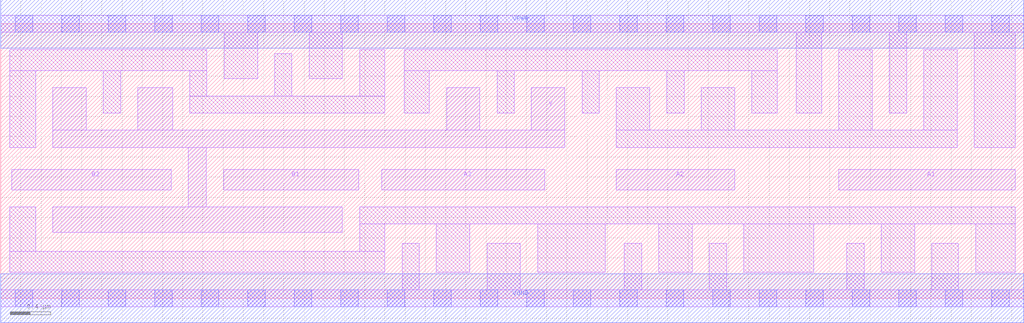
<source format=lef>
# Copyright 2020 The SkyWater PDK Authors
#
# Licensed under the Apache License, Version 2.0 (the "License");
# you may not use this file except in compliance with the License.
# You may obtain a copy of the License at
#
#     https://www.apache.org/licenses/LICENSE-2.0
#
# Unless required by applicable law or agreed to in writing, software
# distributed under the License is distributed on an "AS IS" BASIS,
# WITHOUT WARRANTIES OR CONDITIONS OF ANY KIND, either express or implied.
# See the License for the specific language governing permissions and
# limitations under the License.
#
# SPDX-License-Identifier: Apache-2.0

VERSION 5.7 ;
  NAMESCASESENSITIVE ON ;
  NOWIREEXTENSIONATPIN ON ;
  DIVIDERCHAR "/" ;
  BUSBITCHARS "[]" ;
UNITS
  DATABASE MICRONS 200 ;
END UNITS
MACRO sky130_fd_sc_hd__o32ai_4
  CLASS CORE ;
  FOREIGN sky130_fd_sc_hd__o32ai_4 ;
  ORIGIN  0.000000  0.000000 ;
  SIZE  10.12000 BY  2.720000 ;
  SYMMETRY X Y R90 ;
  SITE unithd ;
  PIN A1
    ANTENNAGATEAREA  0.990000 ;
    DIRECTION INPUT ;
    USE SIGNAL ;
    PORT
      LAYER li1 ;
        RECT 8.290000 1.075000 10.035000 1.275000 ;
    END
  END A1
  PIN A2
    ANTENNAGATEAREA  0.990000 ;
    DIRECTION INPUT ;
    USE SIGNAL ;
    PORT
      LAYER li1 ;
        RECT 6.090000 1.075000 7.260000 1.275000 ;
    END
  END A2
  PIN A3
    ANTENNAGATEAREA  0.990000 ;
    DIRECTION INPUT ;
    USE SIGNAL ;
    PORT
      LAYER li1 ;
        RECT 3.770000 1.075000 5.380000 1.275000 ;
    END
  END A3
  PIN B1
    ANTENNAGATEAREA  0.990000 ;
    DIRECTION INPUT ;
    USE SIGNAL ;
    PORT
      LAYER li1 ;
        RECT 2.205000 1.075000 3.540000 1.275000 ;
    END
  END B1
  PIN B2
    ANTENNAGATEAREA  0.990000 ;
    DIRECTION INPUT ;
    USE SIGNAL ;
    PORT
      LAYER li1 ;
        RECT 0.110000 1.075000 1.685000 1.275000 ;
    END
  END B2
  PIN Y
    ANTENNADIFFAREA  1.782000 ;
    DIRECTION OUTPUT ;
    USE SIGNAL ;
    PORT
      LAYER li1 ;
        RECT 0.515000 0.655000 3.380000 0.905000 ;
        RECT 0.515000 1.495000 5.580000 1.665000 ;
        RECT 0.515000 1.665000 0.845000 2.085000 ;
        RECT 1.355000 1.665000 1.700000 2.085000 ;
        RECT 1.855000 0.905000 2.035000 1.495000 ;
        RECT 4.410000 1.665000 4.740000 2.085000 ;
        RECT 5.250000 1.665000 5.580000 2.085000 ;
    END
  END Y
  PIN VGND
    DIRECTION INOUT ;
    SHAPE ABUTMENT ;
    USE GROUND ;
    PORT
      LAYER met1 ;
        RECT 0.000000 -0.240000 10.120000 0.240000 ;
    END
  END VGND
  PIN VPWR
    DIRECTION INOUT ;
    SHAPE ABUTMENT ;
    USE POWER ;
    PORT
      LAYER met1 ;
        RECT 0.000000 2.480000 10.120000 2.960000 ;
    END
  END VPWR
  OBS
    LAYER li1 ;
      RECT 0.000000 -0.085000 10.120000 0.085000 ;
      RECT 0.000000  2.635000 10.120000 2.805000 ;
      RECT 0.090000  0.255000  3.800000 0.465000 ;
      RECT 0.090000  0.465000  0.345000 0.905000 ;
      RECT 0.090000  1.495000  0.345000 2.255000 ;
      RECT 0.090000  2.255000  2.040000 2.465000 ;
      RECT 1.015000  1.835000  1.185000 2.255000 ;
      RECT 1.870000  1.835000  3.800000 2.005000 ;
      RECT 1.870000  2.005000  2.040000 2.255000 ;
      RECT 2.210000  2.175000  2.540000 2.635000 ;
      RECT 2.710000  2.005000  2.880000 2.425000 ;
      RECT 3.050000  2.175000  3.380000 2.635000 ;
      RECT 3.550000  0.465000  3.800000 0.735000 ;
      RECT 3.550000  0.735000 10.035000 0.905000 ;
      RECT 3.550000  2.005000  3.800000 2.465000 ;
      RECT 3.970000  0.085000  4.140000 0.545000 ;
      RECT 3.990000  1.835000  4.240000 2.255000 ;
      RECT 3.990000  2.255000  7.680000 2.465000 ;
      RECT 4.310000  0.255000  4.640000 0.735000 ;
      RECT 4.810000  0.085000  5.140000 0.545000 ;
      RECT 4.910000  1.835000  5.080000 2.255000 ;
      RECT 5.310000  0.255000  5.980000 0.735000 ;
      RECT 5.750000  1.835000  5.920000 2.255000 ;
      RECT 6.090000  1.495000  9.460000 1.665000 ;
      RECT 6.090000  1.665000  6.420000 2.085000 ;
      RECT 6.170000  0.085000  6.340000 0.545000 ;
      RECT 6.510000  0.255000  6.840000 0.735000 ;
      RECT 6.590000  1.835000  6.760000 2.255000 ;
      RECT 6.930000  1.665000  7.260000 2.085000 ;
      RECT 7.010000  0.085000  7.180000 0.545000 ;
      RECT 7.350000  0.255000  8.040000 0.735000 ;
      RECT 7.430000  1.835000  7.680000 2.255000 ;
      RECT 7.870000  1.835000  8.120000 2.635000 ;
      RECT 8.290000  1.665000  8.620000 2.465000 ;
      RECT 8.370000  0.085000  8.540000 0.545000 ;
      RECT 8.710000  0.255000  9.040000 0.735000 ;
      RECT 8.790000  1.835000  8.960000 2.635000 ;
      RECT 9.130000  1.665000  9.460000 2.465000 ;
      RECT 9.210000  0.085000  9.470000 0.545000 ;
      RECT 9.630000  1.495000 10.035000 2.635000 ;
      RECT 9.645000  0.255000 10.035000 0.735000 ;
    LAYER mcon ;
      RECT 0.145000 -0.085000 0.315000 0.085000 ;
      RECT 0.145000  2.635000 0.315000 2.805000 ;
      RECT 0.605000 -0.085000 0.775000 0.085000 ;
      RECT 0.605000  2.635000 0.775000 2.805000 ;
      RECT 1.065000 -0.085000 1.235000 0.085000 ;
      RECT 1.065000  2.635000 1.235000 2.805000 ;
      RECT 1.525000 -0.085000 1.695000 0.085000 ;
      RECT 1.525000  2.635000 1.695000 2.805000 ;
      RECT 1.985000 -0.085000 2.155000 0.085000 ;
      RECT 1.985000  2.635000 2.155000 2.805000 ;
      RECT 2.445000 -0.085000 2.615000 0.085000 ;
      RECT 2.445000  2.635000 2.615000 2.805000 ;
      RECT 2.905000 -0.085000 3.075000 0.085000 ;
      RECT 2.905000  2.635000 3.075000 2.805000 ;
      RECT 3.365000 -0.085000 3.535000 0.085000 ;
      RECT 3.365000  2.635000 3.535000 2.805000 ;
      RECT 3.825000 -0.085000 3.995000 0.085000 ;
      RECT 3.825000  2.635000 3.995000 2.805000 ;
      RECT 4.285000 -0.085000 4.455000 0.085000 ;
      RECT 4.285000  2.635000 4.455000 2.805000 ;
      RECT 4.745000 -0.085000 4.915000 0.085000 ;
      RECT 4.745000  2.635000 4.915000 2.805000 ;
      RECT 5.205000 -0.085000 5.375000 0.085000 ;
      RECT 5.205000  2.635000 5.375000 2.805000 ;
      RECT 5.665000 -0.085000 5.835000 0.085000 ;
      RECT 5.665000  2.635000 5.835000 2.805000 ;
      RECT 6.125000 -0.085000 6.295000 0.085000 ;
      RECT 6.125000  2.635000 6.295000 2.805000 ;
      RECT 6.585000 -0.085000 6.755000 0.085000 ;
      RECT 6.585000  2.635000 6.755000 2.805000 ;
      RECT 7.045000 -0.085000 7.215000 0.085000 ;
      RECT 7.045000  2.635000 7.215000 2.805000 ;
      RECT 7.505000 -0.085000 7.675000 0.085000 ;
      RECT 7.505000  2.635000 7.675000 2.805000 ;
      RECT 7.965000 -0.085000 8.135000 0.085000 ;
      RECT 7.965000  2.635000 8.135000 2.805000 ;
      RECT 8.425000 -0.085000 8.595000 0.085000 ;
      RECT 8.425000  2.635000 8.595000 2.805000 ;
      RECT 8.885000 -0.085000 9.055000 0.085000 ;
      RECT 8.885000  2.635000 9.055000 2.805000 ;
      RECT 9.345000 -0.085000 9.515000 0.085000 ;
      RECT 9.345000  2.635000 9.515000 2.805000 ;
      RECT 9.805000 -0.085000 9.975000 0.085000 ;
      RECT 9.805000  2.635000 9.975000 2.805000 ;
  END
END sky130_fd_sc_hd__o32ai_4
END LIBRARY

</source>
